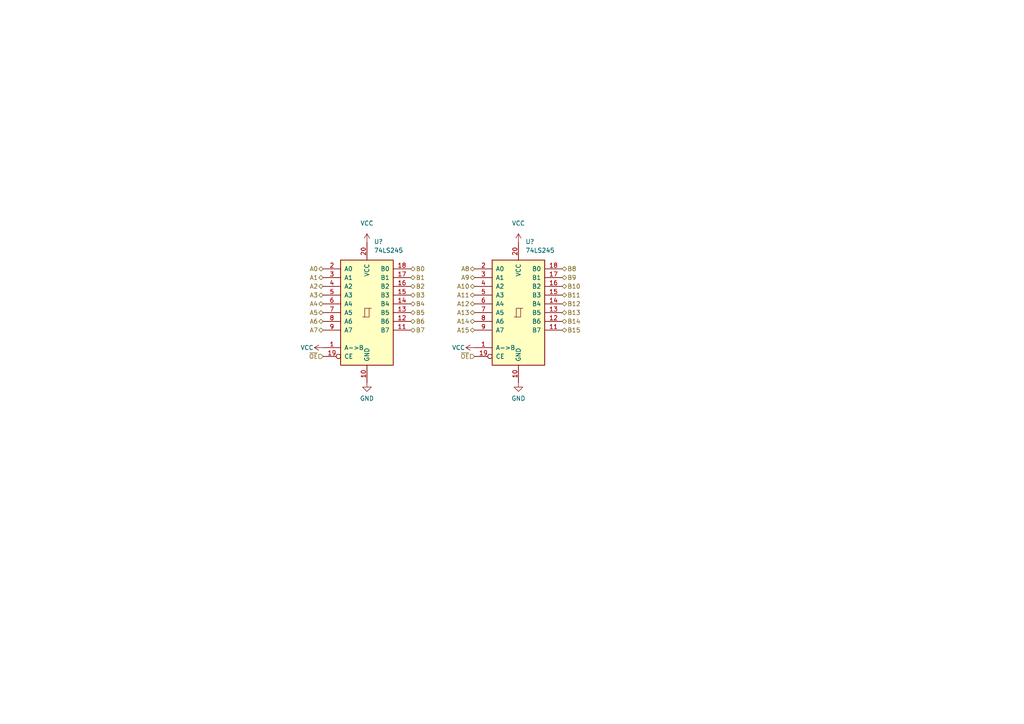
<source format=kicad_sch>
(kicad_sch (version 20211123) (generator eeschema)
  (paper "A4")
  (lib_symbols
    (symbol "74xx:74LS245" (pin_names (offset 1.016))
      (property "Reference" "U" (at -7.62 16.51 0))
      (property "Value" "74LS245" (at -7.62 -16.51 0))
      (symbol "74LS245_1_0"
        (polyline (pts (xy -0.635 -1.27) (xy -0.635 1.27) (xy 0.635 1.27)))
        (polyline (pts (xy -1.27 -1.27) (xy 0.635 -1.27) (xy 0.635 1.27) (xy 1.27 1.27)))
        (pin input line (at -12.7 -10.16 0) (length 5.08) (name "A->B") (number "1"))
        (pin power_in line (at 0 -20.32 90) (length 5.08) (name "GND") (number "10"))
        (pin tri_state line (at 12.7 -5.08 180) (length 5.08) (name "B7") (number "11"))
        (pin tri_state line (at 12.7 -2.54 180) (length 5.08) (name "B6") (number "12"))
        (pin tri_state line (at 12.7 0 180) (length 5.08) (name "B5") (number "13"))
        (pin tri_state line (at 12.7 2.54 180) (length 5.08) (name "B4") (number "14"))
        (pin tri_state line (at 12.7 5.08 180) (length 5.08) (name "B3") (number "15"))
        (pin tri_state line (at 12.7 7.62 180) (length 5.08) (name "B2") (number "16"))
        (pin tri_state line (at 12.7 10.16 180) (length 5.08) (name "B1") (number "17"))
        (pin tri_state line (at 12.7 12.7 180) (length 5.08) (name "B0") (number "18"))
        (pin input inverted (at -12.7 -12.7 0) (length 5.08) (name "CE") (number "19"))
        (pin tri_state line (at -12.7 12.7 0) (length 5.08) (name "A0") (number "2"))
        (pin power_in line (at 0 20.32 270) (length 5.08) (name "VCC") (number "20"))
        (pin tri_state line (at -12.7 10.16 0) (length 5.08) (name "A1") (number "3"))
        (pin tri_state line (at -12.7 7.62 0) (length 5.08) (name "A2") (number "4"))
        (pin tri_state line (at -12.7 5.08 0) (length 5.08) (name "A3") (number "5"))
        (pin tri_state line (at -12.7 2.54 0) (length 5.08) (name "A4") (number "6"))
        (pin tri_state line (at -12.7 0 0) (length 5.08) (name "A5") (number "7"))
        (pin tri_state line (at -12.7 -2.54 0) (length 5.08) (name "A6") (number "8"))
        (pin tri_state line (at -12.7 -5.08 0) (length 5.08) (name "A7") (number "9"))
      )
      (symbol "74LS245_1_1"
        (rectangle (start -7.62 15.24) (end 7.62 -15.24) (stroke (width 0.254)) (fill (type background)))
      )
    )
    (symbol "power:GND" (power) (pin_names (offset 0))
      (property "Value" "GND" (at 0 -3.81 0))
      (symbol "GND_0_1"
        (polyline (pts (xy 0 0) (xy 0 -1.27) (xy 1.27 -1.27) (xy 0 -2.54) (xy -1.27 -1.27) (xy 0 -1.27)))
      )
      (symbol "GND_1_1"
        (pin power_in line (at 0 0 270) (length 0) hide (name "GND") (number "1"))
      )
    )
    (symbol "power:VCC" (power) (pin_names (offset 0))
      (property "Value" "VCC" (at 0 3.81 0))
      (symbol "VCC_0_1"
        (polyline (pts (xy -0.762 1.27) (xy 0 2.54)))
        (polyline (pts (xy 0 0) (xy 0 2.54)))
        (polyline (pts (xy 0 2.54) (xy 0.762 1.27)))
      )
      (symbol "VCC_1_1"
        (pin power_in line (at 0 0 90) (length 0) hide (name "VCC") (number "1"))
      )
    )
  )
  (hierarchical_label "A11" (shape bidirectional) (at 137.668 85.598 180))
  (hierarchical_label "B1" (shape bidirectional) (at 119.126 80.518 0))
  (hierarchical_label "A2" (shape bidirectional) (at 93.726 83.058 180))
  (hierarchical_label "A6" (shape bidirectional) (at 93.726 93.218 180))
  (hierarchical_label "A7" (shape bidirectional) (at 93.726 95.758 180))
  (hierarchical_label "B0" (shape bidirectional) (at 119.126 77.978 0))
  (hierarchical_label "A14" (shape bidirectional) (at 137.668 93.218 180))
  (hierarchical_label "A10" (shape bidirectional) (at 137.668 83.058 180))
  (hierarchical_label "B12" (shape bidirectional) (at 163.068 88.138 0))
  (hierarchical_label "A12" (shape bidirectional) (at 137.668 88.138 180))
  (hierarchical_label "B5" (shape bidirectional) (at 119.126 90.678 0))
  (hierarchical_label "A9" (shape bidirectional) (at 137.668 80.518 180))
  (hierarchical_label "B14" (shape bidirectional) (at 163.068 93.218 0))
  (hierarchical_label "B2" (shape bidirectional) (at 119.126 83.058 0))
  (hierarchical_label "B11" (shape bidirectional) (at 163.068 85.598 0))
  (hierarchical_label "A1" (shape bidirectional) (at 93.726 80.518 180))
  (hierarchical_label "B9" (shape bidirectional) (at 163.068 80.518 0))
  (hierarchical_label "A15" (shape bidirectional) (at 137.668 95.758 180))
  (hierarchical_label "B13" (shape bidirectional) (at 163.068 90.678 0))
  (hierarchical_label "~{OE}" (shape input) (at 137.668 103.378 180))
  (hierarchical_label "A0" (shape bidirectional) (at 93.726 77.978 180))
  (hierarchical_label "B15" (shape bidirectional) (at 163.068 95.758 0))
  (hierarchical_label "A5" (shape bidirectional) (at 93.726 90.678 180))
  (hierarchical_label "A8" (shape bidirectional) (at 137.668 77.978 180))
  (hierarchical_label "B10" (shape bidirectional) (at 163.068 83.058 0))
  (hierarchical_label "A4" (shape bidirectional) (at 93.726 88.138 180))
  (hierarchical_label "B3" (shape bidirectional) (at 119.126 85.598 0))
  (hierarchical_label "~{OE}" (shape input) (at 93.726 103.378 180))
  (hierarchical_label "B8" (shape bidirectional) (at 163.068 77.978 0))
  (hierarchical_label "B7" (shape bidirectional) (at 119.126 95.758 0))
  (hierarchical_label "A13" (shape bidirectional) (at 137.668 90.678 180))
  (hierarchical_label "B4" (shape bidirectional) (at 119.126 88.138 0))
  (hierarchical_label "B6" (shape bidirectional) (at 119.126 93.218 0))
  (hierarchical_label "A3" (shape bidirectional) (at 93.726 85.598 180))
  (symbol (lib_id "74xx:74LS245") (at 150.368 90.678 0)
    (property "Reference" "U?" (at 152.3874 70.104 0) (effects (justify left)))
    (property "Value" "74LS245" (at 152.3874 72.644 0) (effects (justify left)))
    (property "Footprint" "Package_DIP:DIP-20_W7.62mm" (effects hide))
    (property "Datasheet" "http://www.ti.com/lit/gpn/sn74LS245" (effects hide))
  )
  (symbol (lib_id "power:VCC") (at 150.368 70.358 0)
    (property "Reference" "#PWR?" (effects hide))
    (property "Value" "VCC" (at 150.368 64.77 0))
  )
  (symbol (lib_id "power:VCC") (at 106.426 70.358 0)
    (property "Reference" "#PWR?" (effects hide))
    (property "Value" "VCC" (at 106.426 64.77 0))
  )
  (symbol (lib_id "power:VCC") (at 93.726 100.838 90)
    (property "Reference" "#PWR?" (effects hide))
    (property "Value" "VCC" (at 87.122 100.838 90) (effects (justify right)))
  )
  (symbol (lib_id "power:VCC") (at 137.668 100.838 90)
    (property "Reference" "#PWR?" (effects hide))
    (property "Value" "VCC" (at 131.064 100.838 90) (effects (justify right)))
  )
  (symbol (lib_id "74xx:74LS245") (at 106.426 90.678 0)
    (property "Reference" "U?" (at 108.4454 70.104 0) (effects (justify left)))
    (property "Value" "74LS245" (at 108.4454 72.644 0) (effects (justify left)))
    (property "Footprint" "Package_DIP:DIP-20_W7.62mm" (effects hide))
    (property "Datasheet" "http://www.ti.com/lit/gpn/sn74LS245" (effects hide))
  )
  (symbol (lib_id "power:GND") (at 106.426 110.998 0)
    (property "Reference" "#PWR?" (effects hide))
    (property "Value" "GND" (at 106.426 115.57 0))
  )
  (symbol (lib_id "power:GND") (at 150.368 110.998 0)
    (property "Reference" "#PWR?" (effects hide))
    (property "Value" "GND" (at 150.368 115.57 0))
  )
)
</source>
